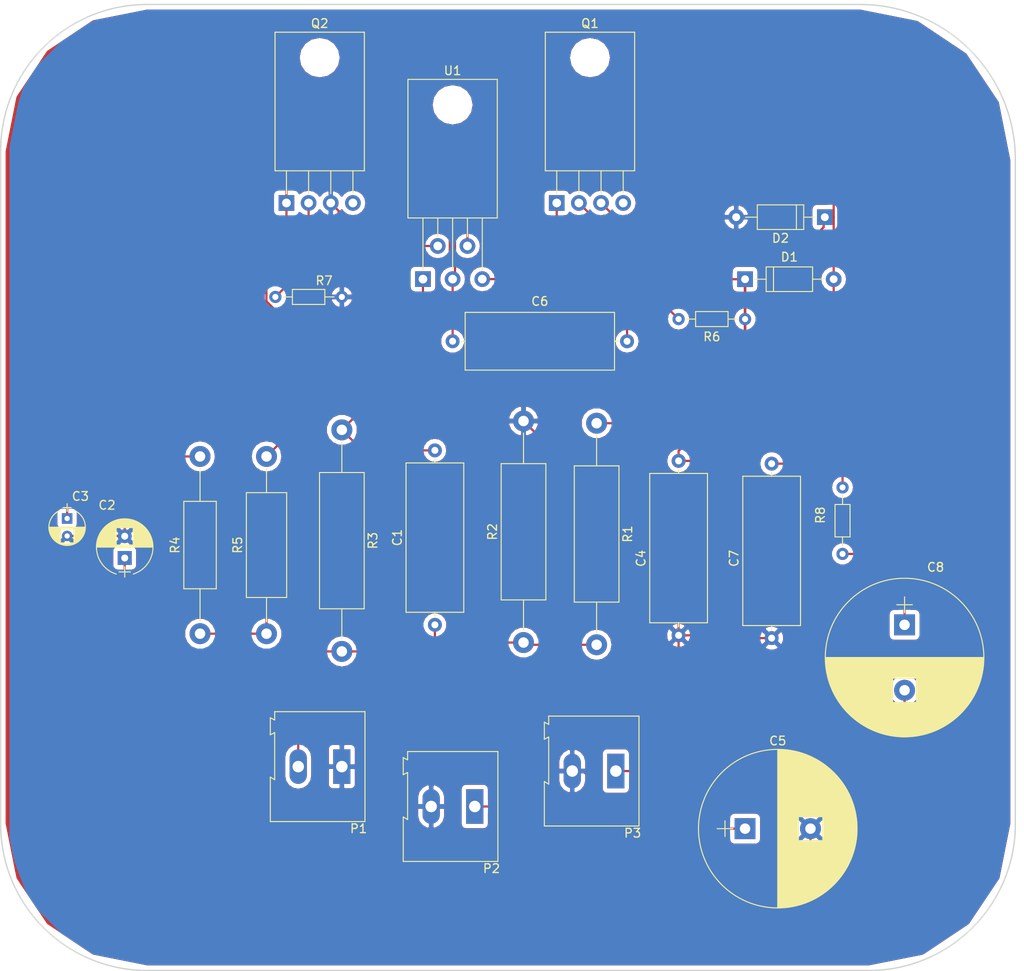
<source format=kicad_pcb>
(kicad_pcb (version 4) (host pcbnew 4.0.5)
  (title_block (title "18W Audio Amplifier") (date 2017-05-19) (rev 1.0) (company "Ventspils Augstkola") (comment 1 "Kristaps Kalniņš") (comment 2 "Kursa darbs datorizētajā projektēšanā"))
  (layers (0 F.Cu signal) (31 B.Cu signal) (34 B.Paste user) (35 F.Paste user) (36 B.SilkS user) (37 F.SilkS user) (38 B.Mask user) (39 F.Mask user) (44 Edge.Cuts user))
  (net 0 "")
  (net 1 "Net-(C1-Pad1)")
  (net 2 "Net-(C1-Pad2)")
  (net 3 "Net-(C2-Pad1)")
  (net 4 GND)
  (net 5 "Net-(C3-Pad1)")
  (net 6 VSS)
  (net 7 "Net-(C6-Pad1)")
  (net 8 "Net-(C6-Pad2)")
  (net 9 "Net-(C7-Pad2)")
  (net 10 "Net-(C8-Pad1)")
  (net 11 "Net-(C8-Pad2)")
  (net 12 "Net-(R4-Pad1)")
  (module Capacitors_THT:CP_Radial_D18.0mm_P7.50mm (layer F.Cu) (at 145.288 121.412)
    (fp_text reference C5 (at 3.75 -10.06) (layer F.SilkS))
    (fp_text value 2200uF)
    (pad 1 thru_hole rect (at 0 0) (size 2.4 2.4) (drill 1.2) (layers *.Cu *.Mask) (net 6 VSS))
    (pad 2 thru_hole circle (at 7.5 0) (size 2.4 2.4) (drill 1.2) (layers *.Cu *.Mask) (net 4 GND))
  )
  (module TO_SOT_Packages_THT:TO-220-5_Pentawatt_Multiwatt-5_Horizontal_StaggeredType1 (layer F.Cu) (at 108.36 58.41)
    (fp_text reference U1 (at 3.4 -23.9) (layer F.SilkS))
    (fp_text value TDA2030A)
    (pad 0 np_thru_hole oval (at 3.4 -19.98) (size 3.5 3.5) (drill 3.5) (layers *.Cu *.Mask))
    (pad 1 thru_hole rect (at 0 0) (size 1.8 1.8) (drill 1) (layers *.Cu *.Mask) (net 2 "Net-(C1-Pad2)"))
    (pad 2 thru_hole oval (at 1.7 -3.8) (size 1.8 1.8) (drill 1) (layers *.Cu *.Mask) (net 12 "Net-(R4-Pad1)"))
    (pad 3 thru_hole oval (at 3.4 0) (size 1.8 1.8) (drill 1) (layers *.Cu *.Mask) (net 7 "Net-(C6-Pad1)"))
    (pad 4 thru_hole oval (at 5.1 -3.8) (size 1.8 1.8) (drill 1) (layers *.Cu *.Mask) (net 10 "Net-(C8-Pad1)"))
    (pad 5 thru_hole oval (at 6.8 0) (size 1.8 1.8) (drill 1) (layers *.Cu *.Mask) (net 8 "Net-(C6-Pad2)"))
  )
  (module TO_SOT_Packages_THT:TO-220-4_Horizontal (layer F.Cu) (at 123.698 49.68)
    (fp_text reference Q1 (at 3.81 -20.58) (layer F.SilkS))
    (fp_text value BD908)
    (pad 0 np_thru_hole oval (at 3.81 -16.66) (size 3.5 3.5) (drill 3.5) (layers *.Cu *.Mask))
    (pad 1 thru_hole rect (at 0 0) (size 1.8 1.8) (drill 1) (layers *.Cu *.Mask) (net 8 "Net-(C6-Pad2)"))
    (pad 2 thru_hole oval (at 2.54 0) (size 1.8 1.8) (drill 1) (layers *.Cu *.Mask) (net 6 VSS))
    (pad 3 thru_hole oval (at 5.08 0) (size 1.8 1.8) (drill 1) (layers *.Cu *.Mask) (net 10 "Net-(C8-Pad1)"))
    (pad 4 thru_hole oval (at 7.62 0) (size 1.8 1.8) (drill 1) (layers *.Cu *.Mask))
  )
  (module Capacitors_THT:C_Axial_L17.0mm_D6.5mm_P20.00mm_Horizontal (layer F.Cu) (at 109.728 98.044 90)
    (fp_text reference C1 (at 10 -4.31 90) (layer F.SilkS))
    (fp_text value 0.22uF)
    (pad 1 thru_hole circle (at 0 0 90) (size 1.6 1.6) (drill 0.8) (layers *.Cu *.Mask) (net 1 "Net-(C1-Pad1)"))
    (pad 2 thru_hole oval (at 20 0 90) (size 1.6 1.6) (drill 0.8) (layers *.Cu *.Mask) (net 2 "Net-(C1-Pad2)"))
  )
  (module Capacitors_THT:CP_Radial_D6.3mm_P2.50mm (layer F.Cu) (at 74.168 90.384 90)
    (fp_text reference C2 (at 6.056 -2.032 180) (layer F.SilkS))
    (fp_text value 47uF)
    (pad 1 thru_hole rect (at 0 0 90) (size 1.6 1.6) (drill 0.8) (layers *.Cu *.Mask) (net 3 "Net-(C2-Pad1)"))
    (pad 2 thru_hole circle (at 2.5 0 90) (size 1.6 1.6) (drill 0.8) (layers *.Cu *.Mask) (net 4 GND))
  )
  (module Capacitors_THT:C_Axial_L17.0mm_D6.5mm_P20.00mm_Horizontal (layer F.Cu) (at 137.668 99.248 90)
    (fp_text reference C4 (at 8.824 -4.31 90) (layer F.SilkS))
    (fp_text value 0.22uF)
    (pad 1 thru_hole circle (at 0 0 90) (size 1.6 1.6) (drill 0.8) (layers *.Cu *.Mask) (net 4 GND))
    (pad 2 thru_hole oval (at 20 0 90) (size 1.6 1.6) (drill 0.8) (layers *.Cu *.Mask) (net 6 VSS))
  )
  (module Capacitors_THT:C_Axial_L17.0mm_D6.5mm_P20.00mm_Horizontal (layer F.Cu) (at 111.76 65.532)
    (fp_text reference C6 (at 10 -4.572) (layer F.SilkS))
    (fp_text value 0.22uF)
    (pad 1 thru_hole circle (at 0 0) (size 1.6 1.6) (drill 0.8) (layers *.Cu *.Mask) (net 7 "Net-(C6-Pad1)"))
    (pad 2 thru_hole oval (at 20 0) (size 1.6 1.6) (drill 0.8) (layers *.Cu *.Mask) (net 8 "Net-(C6-Pad2)"))
  )
  (module Capacitors_THT:C_Axial_L17.0mm_D6.5mm_P20.00mm_Horizontal (layer F.Cu) (at 148.336 99.568 90)
    (fp_text reference C7 (at 9.144 -4.31 90) (layer F.SilkS))
    (fp_text value 0.22uF)
    (pad 1 thru_hole circle (at 0 0 90) (size 1.6 1.6) (drill 0.8) (layers *.Cu *.Mask) (net 4 GND))
    (pad 2 thru_hole oval (at 20 0 90) (size 1.6 1.6) (drill 0.8) (layers *.Cu *.Mask) (net 9 "Net-(C7-Pad2)"))
  )
  (module Capacitors_THT:CP_Radial_D18.0mm_P7.50mm (layer F.Cu) (at 163.576 98.044 270)
    (fp_text reference C8 (at -6.604 -3.556 360) (layer F.SilkS))
    (fp_text value 2200uF)
    (pad 1 thru_hole rect (at 0 0 270) (size 2.4 2.4) (drill 1.2) (layers *.Cu *.Mask) (net 10 "Net-(C8-Pad1)"))
    (pad 2 thru_hole circle (at 7.5 0 270) (size 2.4 2.4) (drill 1.2) (layers *.Cu *.Mask) (net 11 "Net-(C8-Pad2)"))
  )
  (module Diodes_THT:D_A-405_P10.16mm_Horizontal (layer F.Cu) (at 145.288 58.42)
    (fp_text reference D1 (at 5.08 -2.54) (layer F.SilkS))
    (fp_text value 1N4001)
    (pad 1 thru_hole rect (at 0 0) (size 1.8 1.8) (drill 0.9) (layers *.Cu *.Mask) (net 6 VSS))
    (pad 2 thru_hole oval (at 10.16 0) (size 1.8 1.8) (drill 0.9) (layers *.Cu *.Mask) (net 10 "Net-(C8-Pad1)"))
  )
  (module Diodes_THT:D_A-405_P10.16mm_Horizontal (layer F.Cu) (at 154.432 51.308 180)
    (fp_text reference D2 (at 5.08 -2.41 180) (layer F.SilkS))
    (fp_text value 1N4001)
    (pad 1 thru_hole rect (at 0 0 180) (size 1.8 1.8) (drill 0.9) (layers *.Cu *.Mask) (net 10 "Net-(C8-Pad1)"))
    (pad 2 thru_hole oval (at 10.16 0 180) (size 1.8 1.8) (drill 0.9) (layers *.Cu *.Mask) (net 4 GND))
  )
  (module Connectors:AK300-2 (layer F.Cu) (at 99.06 114.3 180)
    (fp_text reference P1 (at -1.92 -7.112 180) (layer F.SilkS))
    (fp_text value INPUT)
    (pad 1 thru_hole rect (at 0 0 180) (size 1.98 3.96) (drill 1.32) (layers *.Cu F.Paste F.Mask) (net 4 GND))
    (pad 2 thru_hole oval (at 5 0 180) (size 1.98 3.96) (drill 1.32) (layers *.Cu F.Paste F.Mask) (net 1 "Net-(C1-Pad1)"))
  )
  (module Connectors:AK300-2 (layer F.Cu) (at 114.3 118.872 180)
    (fp_text reference P2 (at -1.92 -7.112 180) (layer F.SilkS))
    (fp_text value OUTPUT)
    (pad 1 thru_hole rect (at 0 0 180) (size 1.98 3.96) (drill 1.32) (layers *.Cu F.Paste F.Mask) (net 11 "Net-(C8-Pad2)"))
    (pad 2 thru_hole oval (at 5 0 180) (size 1.98 3.96) (drill 1.32) (layers *.Cu F.Paste F.Mask) (net 4 GND))
  )
  (module Connectors:AK300-2 (layer F.Cu) (at 130.476 114.808 180)
    (fp_text reference P3 (at -1.92 -7.112 180) (layer F.SilkS))
    (fp_text value CONN_01X02)
    (pad 1 thru_hole rect (at 0 0 180) (size 1.98 3.96) (drill 1.32) (layers *.Cu F.Paste F.Mask) (net 6 VSS))
    (pad 2 thru_hole oval (at 5 0 180) (size 1.98 3.96) (drill 1.32) (layers *.Cu F.Paste F.Mask) (net 4 GND))
  )
  (module TO_SOT_Packages_THT:TO-220-4_Horizontal (layer F.Cu) (at 92.71 49.68)
    (fp_text reference Q2 (at 3.81 -20.58) (layer F.SilkS))
    (fp_text value BD907)
    (pad 0 np_thru_hole oval (at 3.81 -16.66) (size 3.5 3.5) (drill 3.5) (layers *.Cu *.Mask))
    (pad 1 thru_hole rect (at 0 0) (size 1.8 1.8) (drill 1) (layers *.Cu *.Mask) (net 7 "Net-(C6-Pad1)"))
    (pad 2 thru_hole oval (at 2.54 0) (size 1.8 1.8) (drill 1) (layers *.Cu *.Mask) (net 10 "Net-(C8-Pad1)"))
    (pad 3 thru_hole oval (at 5.08 0) (size 1.8 1.8) (drill 1) (layers *.Cu *.Mask) (net 4 GND))
    (pad 4 thru_hole oval (at 7.62 0) (size 1.8 1.8) (drill 1) (layers *.Cu *.Mask))
  )
  (module Resistors_THT:R_Axial_DIN0516_L15.5mm_D5.0mm_P25.40mm_Horizontal (layer F.Cu) (at 128.27 74.93 270)
    (fp_text reference R1 (at 12.7 -3.56 270) (layer F.SilkS))
    (fp_text value 56K)
    (pad 1 thru_hole circle (at 0 0 270) (size 2.4 2.4) (drill 1.2) (layers *.Cu *.Mask) (net 6 VSS))
    (pad 2 thru_hole oval (at 25.4 0 270) (size 2.4 2.4) (drill 1.2) (layers *.Cu *.Mask) (net 3 "Net-(C2-Pad1)"))
  )
  (module Resistors_THT:R_Axial_DIN0411_L9.9mm_D3.6mm_P20.32mm_Horizontal (layer F.Cu) (at 82.804 99.06 90)
    (fp_text reference R4 (at 10.16 -2.86 90) (layer F.SilkS))
    (fp_text value 3.3K)
    (pad 1 thru_hole circle (at 0 0 90) (size 2.4 2.4) (drill 1.2) (layers *.Cu *.Mask) (net 12 "Net-(R4-Pad1)"))
    (pad 2 thru_hole oval (at 20.32 0 90) (size 2.4 2.4) (drill 1.2) (layers *.Cu *.Mask) (net 5 "Net-(C3-Pad1)"))
  )
  (module Resistors_THT:R_Axial_DIN0414_L11.9mm_D4.5mm_P20.32mm_Horizontal (layer F.Cu) (at 90.424 99.06 90)
    (fp_text reference R5 (at 10.16 -3.31 90) (layer F.SilkS))
    (fp_text value 30K)
    (pad 1 thru_hole circle (at 0 0 90) (size 2.4 2.4) (drill 1.2) (layers *.Cu *.Mask) (net 12 "Net-(R4-Pad1)"))
    (pad 2 thru_hole oval (at 20.32 0 90) (size 2.4 2.4) (drill 1.2) (layers *.Cu *.Mask) (net 10 "Net-(C8-Pad1)"))
  )
  (module Resistors_THT:R_Axial_DIN0204_L3.6mm_D1.6mm_P7.62mm_Horizontal (layer F.Cu) (at 145.288 62.992 180)
    (fp_text reference R6 (at 3.81 -2.032 180) (layer F.SilkS))
    (fp_text value 1.5)
    (pad 1 thru_hole circle (at 0 0 180) (size 1.4 1.4) (drill 0.7) (layers *.Cu *.Mask) (net 6 VSS))
    (pad 2 thru_hole oval (at 7.62 0 180) (size 1.4 1.4) (drill 0.7) (layers *.Cu *.Mask) (net 8 "Net-(C6-Pad2)"))
  )
  (module Resistors_THT:R_Axial_DIN0204_L3.6mm_D1.6mm_P7.62mm_Horizontal (layer F.Cu) (at 91.44 60.452)
    (fp_text reference R7 (at 5.588 -1.86) (layer F.SilkS))
    (fp_text value 1.5)
    (pad 1 thru_hole circle (at 0 0) (size 1.4 1.4) (drill 0.7) (layers *.Cu *.Mask) (net 7 "Net-(C6-Pad1)"))
    (pad 2 thru_hole oval (at 7.62 0) (size 1.4 1.4) (drill 0.7) (layers *.Cu *.Mask) (net 4 GND))
  )
  (module Resistors_THT:R_Axial_DIN0204_L3.6mm_D1.6mm_P7.62mm_Horizontal (layer F.Cu) (at 156.464 89.916 90)
    (fp_text reference R8 (at 4.445 -2.54 90) (layer F.SilkS))
    (fp_text value 1)
    (pad 1 thru_hole circle (at 0 0 90) (size 1.4 1.4) (drill 0.7) (layers *.Cu *.Mask) (net 10 "Net-(C8-Pad1)"))
    (pad 2 thru_hole oval (at 7.62 0 90) (size 1.4 1.4) (drill 0.7) (layers *.Cu *.Mask) (net 9 "Net-(C7-Pad2)"))
  )
  (module Resistors_THT:R_Axial_DIN0516_L15.5mm_D5.0mm_P25.40mm_Horizontal (layer F.Cu) (at 119.888 100.076 90)
    (fp_text reference R2 (at 12.7 -3.56 90) (layer F.SilkS))
    (fp_text value 56K)
    (pad 1 thru_hole circle (at 0 0 90) (size 2.4 2.4) (drill 1.2) (layers *.Cu *.Mask) (net 3 "Net-(C2-Pad1)"))
    (pad 2 thru_hole oval (at 25.4 0 90) (size 2.4 2.4) (drill 1.2) (layers *.Cu *.Mask) (net 4 GND))
  )
  (module Resistors_THT:R_Axial_DIN0516_L15.5mm_D5.0mm_P25.40mm_Horizontal (layer F.Cu) (at 99.06 75.692 270)
    (fp_text reference R3 (at 12.7 -3.56 270) (layer F.SilkS))
    (fp_text value 56K)
    (pad 1 thru_hole circle (at 0 0 270) (size 2.4 2.4) (drill 1.2) (layers *.Cu *.Mask) (net 2 "Net-(C1-Pad2)"))
    (pad 2 thru_hole oval (at 25.4 0 270) (size 2.4 2.4) (drill 1.2) (layers *.Cu *.Mask) (net 3 "Net-(C2-Pad1)"))
  )
  (module Capacitors_THT:CP_Radial_D4.0mm_P2.00mm (layer F.Cu) (at 67.564 85.852 270)
    (fp_text reference C3 (at -2.54 -1.524 360) (layer F.SilkS))
    (fp_text value 10uF)
    (pad 1 thru_hole rect (at 0 0 270) (size 1.2 1.2) (drill 0.6) (layers *.Cu *.Mask) (net 5 "Net-(C3-Pad1)"))
    (pad 2 thru_hole circle (at 2 0 270) (size 1.2 1.2) (drill 0.6) (layers *.Cu *.Mask) (net 4 GND))
  )
  (gr_arc (start 76.708 43.688) (end 59.944 43.688) (angle 90) (layer Edge.Cuts) (width 0.15))
  (gr_arc (start 76.708 120.904) (end 76.708 137.668) (angle 90) (layer Edge.Cuts) (width 0.15))
  (gr_arc (start 159.512 120.904) (end 176.276 120.904) (angle 90) (layer Edge.Cuts) (width 0.15))
  (gr_arc (start 158.496 44.704) (end 158.496 26.924) (angle 90) (layer Edge.Cuts) (width 0.15))
  (gr_line (start 159.512 137.668) (end 76.708 137.668) (layer Edge.Cuts) (width 0.15))
  (gr_line (start 59.944 121.412) (end 59.944 121.412) (layer Edge.Cuts) (width 0.15))
  (gr_line (start 59.944 43.688) (end 59.944 120.904) (layer Edge.Cuts) (width 0.15))
  (gr_line (start 158.496 26.924) (end 76.708 26.924) (layer Edge.Cuts) (width 0.15))
  (gr_line (start 176.276 120.904) (end 176.276 44.704) (layer Edge.Cuts) (width 0.15))
  (segment (start 108.204 104.14) (end 109.728 102.616) (width 0.25) (layer F.Cu) (net 1))
  (segment (start 109.728 102.616) (end 109.728 98.044) (width 0.25) (layer F.Cu) (net 1))
  (segment (start 94.488 104.14) (end 108.204 104.14) (width 0.25) (layer F.Cu) (net 1))
  (segment (start 94.06 104.568) (end 94.488 104.14) (width 0.25) (layer F.Cu) (net 1))
  (segment (start 94.06 114.3) (end 94.06 104.568) (width 0.25) (layer F.Cu) (net 1))
  (segment (start 105.339999 74.492001) (end 108.36 71.472) (width 0.25) (layer F.Cu) (net 2))
  (segment (start 108.36 71.472) (end 108.36 58.41) (width 0.25) (layer F.Cu) (net 2))
  (segment (start 99.06 75.692) (end 100.259999 74.492001) (width 0.25) (layer F.Cu) (net 2))
  (segment (start 100.259999 74.492001) (end 105.339999 74.492001) (width 0.25) (layer F.Cu) (net 2))
  (segment (start 109.728 78.044) (end 101.412 78.044) (width 0.25) (layer F.Cu) (net 2))
  (segment (start 101.412 78.044) (end 99.06 75.692) (width 0.25) (layer F.Cu) (net 2))
  (segment (start 115.316 93.98) (end 115.316 99.06) (width 0.25) (layer F.Cu) (net 3))
  (segment (start 119.888 100.076) (end 116.332 100.076) (width 0.25) (layer F.Cu) (net 3))
  (segment (start 116.332 100.076) (end 115.316 99.06) (width 0.25) (layer F.Cu) (net 3))
  (segment (start 103.124 101.092) (end 104.14 100.076) (width 0.25) (layer F.Cu) (net 3))
  (segment (start 104.14 100.076) (end 104.14 93.472) (width 0.25) (layer F.Cu) (net 3))
  (segment (start 99.06 101.092) (end 103.124 101.092) (width 0.25) (layer F.Cu) (net 3))
  (segment (start 111.76 90.424) (end 115.316 93.98) (width 0.25) (layer F.Cu) (net 3))
  (segment (start 107.188 90.424) (end 111.76 90.424) (width 0.25) (layer F.Cu) (net 3))
  (segment (start 104.14 93.472) (end 107.188 90.424) (width 0.25) (layer F.Cu) (net 3))
  (segment (start 75.184 101.092) (end 99.06 101.092) (width 0.25) (layer F.Cu) (net 3))
  (segment (start 74.168 100.076) (end 75.184 101.092) (width 0.25) (layer F.Cu) (net 3))
  (segment (start 74.168 90.384) (end 74.168 100.076) (width 0.25) (layer F.Cu) (net 3))
  (segment (start 128.27 100.33) (end 120.142 100.33) (width 0.25) (layer F.Cu) (net 3))
  (segment (start 120.142 100.33) (end 119.888 100.076) (width 0.25) (layer F.Cu) (net 3))
  (segment (start 138.684 51.308) (end 144.272 51.308) (width 0.3) (layer F.Cu) (net 4))
  (segment (start 143.764 99.568) (end 143.444 99.248) (width 0.25) (layer F.Cu) (net 4))
  (segment (start 143.444 99.248) (end 137.668 99.248) (width 0.25) (layer F.Cu) (net 4))
  (segment (start 152.788 131.692) (end 150.876 133.604) (width 0.25) (layer F.Cu) (net 4))
  (segment (start 150.876 133.604) (end 145.288 133.604) (width 0.25) (layer F.Cu) (net 4))
  (segment (start 152.788 121.412) (end 152.788 131.692) (width 0.25) (layer F.Cu) (net 4))
  (segment (start 125.476 114.808) (end 126.716 114.808) (width 0.25) (layer F.Cu) (net 4))
  (segment (start 126.716 114.808) (end 128.016 116.108) (width 0.25) (layer F.Cu) (net 4))
  (segment (start 128.016 121.92) (end 130.048 123.952) (width 0.25) (layer F.Cu) (net 4))
  (segment (start 128.016 116.108) (end 128.016 121.92) (width 0.25) (layer F.Cu) (net 4))
  (segment (start 130.048 123.952) (end 132.872 123.952) (width 0.25) (layer F.Cu) (net 4))
  (segment (start 125.476 114.808) (end 125.476 115.798) (width 0.25) (layer F.Cu) (net 4))
  (segment (start 125.476 114.808) (end 125.476 108.204) (width 0.25) (layer F.Cu) (net 4))
  (segment (start 125.476 108.204) (end 131.572 102.108) (width 0.25) (layer F.Cu) (net 4))
  (segment (start 131.572 102.108) (end 137.668 102.108) (width 0.25) (layer F.Cu) (net 4))
  (segment (start 111.134 114.808) (end 125.476 114.808) (width 0.25) (layer F.Cu) (net 4))
  (segment (start 109.3 118.872) (end 109.3 116.642) (width 0.25) (layer F.Cu) (net 4))
  (segment (start 109.3 116.642) (end 111.134 114.808) (width 0.25) (layer F.Cu) (net 4))
  (segment (start 109.3 118.872) (end 104.14 118.872) (width 0.25) (layer F.Cu) (net 4))
  (segment (start 103.124 114.3) (end 99.06 114.3) (width 0.25) (layer F.Cu) (net 4))
  (segment (start 104.14 118.872) (end 103.632 118.364) (width 0.25) (layer F.Cu) (net 4))
  (segment (start 103.632 118.364) (end 103.632 114.808) (width 0.25) (layer F.Cu) (net 4))
  (segment (start 103.632 114.808) (end 103.124 114.3) (width 0.25) (layer F.Cu) (net 4))
  (segment (start 137.668 102.108) (end 137.668 99.248) (width 0.25) (layer F.Cu) (net 4))
  (segment (start 143.764 99.568) (end 148.336 99.568) (width 0.25) (layer F.Cu) (net 4))
  (segment (start 119.888 74.676) (end 123.444 78.232) (width 0.25) (layer F.Cu) (net 4))
  (segment (start 123.444 80.772) (end 129.032 86.36) (width 0.25) (layer F.Cu) (net 4))
  (segment (start 123.444 78.232) (end 123.444 80.772) (width 0.25) (layer F.Cu) (net 4))
  (segment (start 129.032 86.36) (end 133.096 86.36) (width 0.25) (layer F.Cu) (net 4))
  (segment (start 133.096 86.36) (end 137.668 90.932) (width 0.25) (layer F.Cu) (net 4))
  (segment (start 137.668 90.932) (end 137.668 99.248) (width 0.25) (layer F.Cu) (net 4))
  (segment (start 67.564 87.852) (end 74.136 87.852) (width 0.25) (layer F.Cu) (net 4))
  (segment (start 74.136 87.852) (end 74.168 87.884) (width 0.25) (layer F.Cu) (net 4))
  (segment (start 74.168 87.884) (end 74.168 83.82) (width 0.25) (layer F.Cu) (net 4))
  (segment (start 93.472 79.248) (end 93.472 74.168) (width 0.25) (layer F.Cu) (net 4))
  (segment (start 74.168 83.82) (end 76.2 81.788) (width 0.25) (layer F.Cu) (net 4))
  (segment (start 76.2 81.788) (end 90.932 81.788) (width 0.25) (layer F.Cu) (net 4))
  (segment (start 90.932 81.788) (end 93.472 79.248) (width 0.25) (layer F.Cu) (net 4))
  (segment (start 93.472 74.168) (end 98.044 69.596) (width 0.25) (layer F.Cu) (net 4))
  (segment (start 98.044 69.596) (end 99.06 69.596) (width 0.25) (layer F.Cu) (net 4))
  (segment (start 99.06 69.596) (end 99.06 65.532) (width 0.25) (layer F.Cu) (net 4))
  (segment (start 99.06 65.532) (end 99.06 60.452) (width 0.25) (layer F.Cu) (net 4))
  (segment (start 111.252 56.388) (end 111.435 56.205) (width 0.25) (layer F.Cu) (net 4))
  (segment (start 111.435 56.205) (end 111.435001 51.999001) (width 0.25) (layer F.Cu) (net 4))
  (segment (start 111.435001 51.999001) (end 110.236 50.8) (width 0.25) (layer F.Cu) (net 4))
  (segment (start 110.236 50.8) (end 107.696 50.8) (width 0.25) (layer F.Cu) (net 4))
  (segment (start 107.696 50.8) (end 107.590999 50.905001) (width 0.25) (layer F.Cu) (net 4))
  (segment (start 110.209999 57.430001) (end 111.252 56.388) (width 0.25) (layer F.Cu) (net 4))
  (segment (start 111.252 56.388) (end 111.30999 56.388) (width 0.25) (layer F.Cu) (net 4))
  (segment (start 110.209999 57.821999) (end 110.209999 57.430001) (width 0.25) (layer F.Cu) (net 4))
  (segment (start 109.728 69.088) (end 113.284 69.088) (width 0.3) (layer F.Cu) (net 4))
  (segment (start 113.310001 69.061999) (end 113.284 69.088) (width 0.3) (layer F.Cu) (net 4))
  (segment (start 114.808 55.88) (end 113.310001 57.377999) (width 0.3) (layer F.Cu) (net 4))
  (segment (start 113.310001 57.377999) (end 113.310001 69.061999) (width 0.3) (layer F.Cu) (net 4))
  (segment (start 116.84 55.88) (end 114.808 55.88) (width 0.3) (layer F.Cu) (net 4))
  (segment (start 116.84 53.848) (end 116.84 55.88) (width 0.3) (layer F.Cu) (net 4))
  (segment (start 137.668 50.292) (end 137.668 45.72) (width 0.3) (layer F.Cu) (net 4))
  (segment (start 137.668 45.72) (end 136.652 44.704) (width 0.3) (layer F.Cu) (net 4))
  (segment (start 136.652 44.704) (end 121.412 44.704) (width 0.3) (layer F.Cu) (net 4))
  (segment (start 121.412 44.704) (end 119.38 46.736) (width 0.3) (layer F.Cu) (net 4))
  (segment (start 119.38 46.736) (end 119.38 51.308) (width 0.3) (layer F.Cu) (net 4))
  (segment (start 116.84 53.848) (end 116.84 53.967) (width 0.3) (layer F.Cu) (net 4))
  (segment (start 119.38 51.308) (end 116.84 53.848) (width 0.3) (layer F.Cu) (net 4))
  (segment (start 119.888 74.676) (end 115.316 74.676) (width 0.3) (layer F.Cu) (net 4))
  (segment (start 115.316 74.676) (end 109.728 69.088) (width 0.3) (layer F.Cu) (net 4))
  (segment (start 109.728 69.088) (end 109.728 60.96) (width 0.3) (layer F.Cu) (net 4))
  (segment (start 109.728 60.96) (end 110.209999 60.478001) (width 0.3) (layer F.Cu) (net 4))
  (segment (start 110.209999 60.478001) (end 110.209999 59.154001) (width 0.3) (layer F.Cu) (net 4))
  (segment (start 110.209999 59.154001) (end 110.209999 57.821999) (width 0.3) (layer F.Cu) (net 4))
  (segment (start 145.288 133.604) (end 145.004 133.604) (width 0.25) (layer F.Cu) (net 4))
  (segment (start 137.16 132.588) (end 138.176 133.604) (width 0.3) (layer F.Cu) (net 4))
  (segment (start 138.176 133.604) (end 145.288 133.604) (width 0.3) (layer F.Cu) (net 4))
  (segment (start 137.16 125.71) (end 137.16 132.588) (width 0.3) (layer F.Cu) (net 4))
  (segment (start 134.112 123.952) (end 135.402 123.952) (width 0.3) (layer F.Cu) (net 4))
  (segment (start 135.402 123.952) (end 137.16 125.71) (width 0.3) (layer F.Cu) (net 4))
  (segment (start 105.431998 53.064002) (end 107.590999 50.905001) (width 0.3) (layer F.Cu) (net 4))
  (segment (start 99.06 53.064002) (end 105.431998 53.064002) (width 0.3) (layer F.Cu) (net 4))
  (segment (start 138.684 51.308) (end 137.668 50.292) (width 0.25) (layer F.Cu) (net 4))
  (segment (start 99.06 53.34) (end 99.06 60.452) (width 0.25) (layer F.Cu) (net 4))
  (segment (start 99.06 53.064002) (end 99.06 53.34) (width 0.25) (layer F.Cu) (net 4))
  (segment (start 98.689999 52.694001) (end 99.06 53.064002) (width 0.25) (layer F.Cu) (net 4))
  (segment (start 97.79 49.68) (end 98.689999 50.579999) (width 0.25) (layer F.Cu) (net 4))
  (segment (start 98.689999 50.579999) (end 98.689999 52.694001) (width 0.25) (layer F.Cu) (net 4))
  (segment (start 134.112 123.952) (end 132.872 123.952) (width 0.25) (layer F.Cu) (net 4))
  (segment (start 67.564 85.852) (end 67.564 80.772) (width 0.25) (layer F.Cu) (net 5))
  (segment (start 67.564 80.772) (end 69.596 78.74) (width 0.25) (layer F.Cu) (net 5))
  (segment (start 69.596 78.74) (end 82.804 78.74) (width 0.25) (layer F.Cu) (net 5))
  (segment (start 143.51 74.93) (end 145.288 73.152) (width 0.3) (layer F.Cu) (net 6))
  (segment (start 145.288 73.152) (end 145.288 65.913) (width 0.3) (layer F.Cu) (net 6))
  (segment (start 143.002 74.93) (end 143.51 74.93) (width 0.3) (layer F.Cu) (net 6))
  (segment (start 145.288 58.42) (end 145.288 62.992) (width 0.3) (layer F.Cu) (net 6))
  (segment (start 145.288 65.913) (end 145.288 62.992) (width 0.3) (layer F.Cu) (net 6))
  (segment (start 135.636 113.284) (end 135.128 113.792) (width 0.25) (layer F.Cu) (net 6))
  (segment (start 135.636 108.712) (end 135.636 113.284) (width 0.25) (layer F.Cu) (net 6))
  (segment (start 137.16 107.188) (end 135.636 108.712) (width 0.25) (layer F.Cu) (net 6))
  (segment (start 142.748 107.188) (end 137.16 107.188) (width 0.25) (layer F.Cu) (net 6))
  (segment (start 135.128 120.396) (end 135.636 120.904) (width 0.25) (layer F.Cu) (net 6))
  (segment (start 135.128 119.888) (end 135.128 120.396) (width 0.25) (layer F.Cu) (net 6))
  (segment (start 135.128 115.824) (end 135.128 119.888) (width 0.25) (layer F.Cu) (net 6))
  (segment (start 134.112 114.808) (end 135.128 115.824) (width 0.25) (layer F.Cu) (net 6))
  (segment (start 134.112 114.808) (end 135.128 113.792) (width 0.25) (layer F.Cu) (net 6))
  (segment (start 131.716 114.808) (end 134.112 114.808) (width 0.25) (layer F.Cu) (net 6))
  (segment (start 130.476 114.808) (end 131.716 114.808) (width 0.25) (layer F.Cu) (net 6))
  (segment (start 145.288 121.412) (end 136.144 121.412) (width 0.25) (layer F.Cu) (net 6))
  (segment (start 136.144 121.412) (end 135.636 120.904) (width 0.25) (layer F.Cu) (net 6))
  (segment (start 137.668 79.248) (end 142.748 79.248) (width 0.25) (layer F.Cu) (net 6))
  (segment (start 142.748 79.248) (end 143.764 80.264) (width 0.25) (layer F.Cu) (net 6))
  (segment (start 143.764 80.264) (end 143.764 85.344) (width 0.25) (layer F.Cu) (net 6))
  (segment (start 152.908 94.488) (end 152.908 101.092) (width 0.25) (layer F.Cu) (net 6))
  (segment (start 143.764 85.344) (end 152.908 94.488) (width 0.25) (layer F.Cu) (net 6))
  (segment (start 147.828 102.108) (end 142.748 107.188) (width 0.25) (layer F.Cu) (net 6))
  (segment (start 152.908 101.092) (end 151.892 102.108) (width 0.25) (layer F.Cu) (net 6))
  (segment (start 151.892 102.108) (end 147.828 102.108) (width 0.25) (layer F.Cu) (net 6))
  (segment (start 136.144 74.93) (end 138.684 74.93) (width 0.25) (layer F.Cu) (net 6))
  (segment (start 138.684 74.93) (end 143.002 74.93) (width 0.25) (layer F.Cu) (net 6))
  (segment (start 137.668 79.248) (end 137.668 78.11663) (width 0.25) (layer F.Cu) (net 6))
  (segment (start 137.668 78.11663) (end 138.684 77.10063) (width 0.25) (layer F.Cu) (net 6))
  (segment (start 138.684 77.10063) (end 138.684 74.93) (width 0.25) (layer F.Cu) (net 6))
  (segment (start 136.525 74.93) (end 136.144 74.93) (width 0.25) (layer F.Cu) (net 6))
  (segment (start 126.238 49.68) (end 134.978 58.42) (width 0.25) (layer F.Cu) (net 6))
  (segment (start 134.978 58.42) (end 145.288 58.42) (width 0.25) (layer F.Cu) (net 6))
  (segment (start 145.415 58.547) (end 145.288 58.42) (width 0.25) (layer F.Cu) (net 6))
  (segment (start 136.144 74.93) (end 128.27 74.93) (width 0.25) (layer F.Cu) (net 6))
  (segment (start 111.76 58.41) (end 112.03501 58.13499) (width 0.25) (layer F.Cu) (net 7))
  (segment (start 112.03501 58.13499) (end 112.03501 49.55101) (width 0.25) (layer F.Cu) (net 7))
  (segment (start 112.03501 49.55101) (end 109.22 46.736) (width 0.25) (layer F.Cu) (net 7))
  (segment (start 109.22 46.736) (end 92.964 46.736) (width 0.25) (layer F.Cu) (net 7))
  (segment (start 92.964 46.736) (end 92.71 46.99) (width 0.25) (layer F.Cu) (net 7))
  (segment (start 92.71 46.99) (end 92.71 49.68) (width 0.25) (layer F.Cu) (net 7))
  (segment (start 111.76 58.41) (end 112.234999 57.935001) (width 0.25) (layer F.Cu) (net 7))
  (segment (start 111.76 58.41) (end 112.102037 58.067963) (width 0.25) (layer F.Cu) (net 7))
  (segment (start 92.71 49.68) (end 92.71 59.182) (width 0.25) (layer F.Cu) (net 7))
  (segment (start 92.71 59.182) (end 91.44 60.452) (width 0.25) (layer F.Cu) (net 7))
  (segment (start 111.76 65.532) (end 111.76 58.41) (width 0.25) (layer F.Cu) (net 7))
  (segment (start 137.668 62.992) (end 135.316 60.64) (width 0.25) (layer F.Cu) (net 8))
  (segment (start 135.316 60.64) (end 131.76 60.64) (width 0.25) (layer F.Cu) (net 8))
  (segment (start 132.268 66.04) (end 131.76 65.532) (width 0.25) (layer F.Cu) (net 8))
  (segment (start 131.572 60.452) (end 131.76 60.64) (width 0.25) (layer F.Cu) (net 8))
  (segment (start 129.53 58.41) (end 131.572 60.452) (width 0.25) (layer F.Cu) (net 8))
  (segment (start 123.434 58.41) (end 129.53 58.41) (width 0.25) (layer F.Cu) (net 8))
  (segment (start 131.76 60.64) (end 131.76 65.532) (width 0.25) (layer F.Cu) (net 8))
  (segment (start 123.434 58.41) (end 123.698 58.146) (width 0.25) (layer F.Cu) (net 8))
  (segment (start 123.698 58.146) (end 123.698 49.68) (width 0.25) (layer F.Cu) (net 8))
  (segment (start 115.16 58.41) (end 123.434 58.41) (width 0.25) (layer F.Cu) (net 8))
  (segment (start 156.464 82.296) (end 156.464 80.264) (width 0.25) (layer F.Cu) (net 9))
  (segment (start 156.464 80.264) (end 155.768 79.568) (width 0.25) (layer F.Cu) (net 9))
  (segment (start 155.768 79.568) (end 148.336 79.568) (width 0.25) (layer F.Cu) (net 9))
  (segment (start 155.448 58.42) (end 155.448 71.628) (width 0.25) (layer F.Cu) (net 10))
  (segment (start 155.448 71.628) (end 155.956 72.136) (width 0.25) (layer F.Cu) (net 10))
  (segment (start 155.956 72.136) (end 157.988 72.136) (width 0.25) (layer F.Cu) (net 10))
  (segment (start 157.988 72.136) (end 160.02 74.168) (width 0.25) (layer F.Cu) (net 10))
  (segment (start 160.02 74.168) (end 160.02 89.916) (width 0.25) (layer F.Cu) (net 10))
  (segment (start 113.46 45.25959) (end 113.46 45.036) (width 0.25) (layer F.Cu) (net 10))
  (segment (start 113.46 45.036) (end 114.808 43.688) (width 0.25) (layer F.Cu) (net 10))
  (segment (start 154.432 43.688) (end 155.448 44.704) (width 0.25) (layer F.Cu) (net 10))
  (segment (start 114.808 43.688) (end 154.432 43.688) (width 0.25) (layer F.Cu) (net 10))
  (segment (start 155.448 44.704) (end 155.448 45.212) (width 0.25) (layer F.Cu) (net 10))
  (segment (start 155.448 45.212) (end 155.448 51.308) (width 0.25) (layer F.Cu) (net 10))
  (segment (start 160.02 89.916) (end 162.56 89.916) (width 0.25) (layer F.Cu) (net 10))
  (segment (start 162.56 89.916) (end 163.576 90.932) (width 0.25) (layer F.Cu) (net 10))
  (segment (start 163.576 90.932) (end 163.576 98.044) (width 0.25) (layer F.Cu) (net 10))
  (segment (start 160.02 89.916) (end 156.464 89.916) (width 0.25) (layer F.Cu) (net 10))
  (segment (start 155.448 51.308) (end 154.298 51.308) (width 0.25) (layer F.Cu) (net 10))
  (segment (start 154.298 51.308) (end 154.298 52.458) (width 0.25) (layer F.Cu) (net 10))
  (segment (start 154.298 52.458) (end 152.4 54.356) (width 0.25) (layer F.Cu) (net 10))
  (segment (start 152.4 54.356) (end 133.454 54.356) (width 0.25) (layer F.Cu) (net 10))
  (segment (start 133.454 54.356) (end 128.778 49.68) (width 0.25) (layer F.Cu) (net 10))
  (segment (start 113.46 45.25959) (end 113.41241 45.212) (width 0.25) (layer F.Cu) (net 10))
  (segment (start 113.41241 45.212) (end 111.9464 43.74599) (width 0.25) (layer F.Cu) (net 10))
  (segment (start 95.25 49.68) (end 95.25 65.278) (width 0.25) (layer F.Cu) (net 10))
  (segment (start 95.25 65.278) (end 94.996 65.532) (width 0.25) (layer F.Cu) (net 10))
  (segment (start 94.996 65.532) (end 95.504 66.04) (width 0.25) (layer F.Cu) (net 10))
  (segment (start 95.504 66.04) (end 95.504 70.612) (width 0.25) (layer F.Cu) (net 10))
  (segment (start 95.504 70.612) (end 91.623999 74.492001) (width 0.25) (layer F.Cu) (net 10))
  (segment (start 91.623999 74.492001) (end 91.623999 77.540001) (width 0.25) (layer F.Cu) (net 10))
  (segment (start 91.623999 77.540001) (end 90.424 78.74) (width 0.25) (layer F.Cu) (net 10))
  (segment (start 90.414999 60.950999) (end 94.996 65.532) (width 0.25) (layer F.Cu) (net 10))
  (segment (start 90.414999 46.108591) (end 90.414999 60.950999) (width 0.25) (layer F.Cu) (net 10))
  (segment (start 113.46 54.61) (end 113.46 45.25959) (width 0.25) (layer F.Cu) (net 10))
  (segment (start 111.9464 43.74599) (end 92.777599 43.745991) (width 0.25) (layer F.Cu) (net 10))
  (segment (start 92.777599 43.745991) (end 90.414999 46.108591) (width 0.25) (layer F.Cu) (net 10))
  (segment (start 155.448 51.308) (end 155.448 52.458) (width 0.25) (layer F.Cu) (net 10))
  (segment (start 155.448 52.458) (end 155.448 58.42) (width 0.25) (layer F.Cu) (net 10))
  (segment (start 114.3 118.872) (end 117.348 118.872) (width 0.25) (layer F.Cu) (net 11))
  (segment (start 163.576 130.048) (end 163.576 105.544) (width 0.25) (layer F.Cu) (net 11))
  (segment (start 117.348 118.872) (end 133.096 134.62) (width 0.25) (layer F.Cu) (net 11))
  (segment (start 133.096 134.62) (end 159.004 134.62) (width 0.25) (layer F.Cu) (net 11))
  (segment (start 159.004 134.62) (end 163.576 130.048) (width 0.25) (layer F.Cu) (net 11))
  (segment (start 82.804 99.06) (end 88.726944 99.06) (width 0.25) (layer F.Cu) (net 12))
  (segment (start 99.568 70.612) (end 102.108 70.612) (width 0.25) (layer F.Cu) (net 12))
  (segment (start 102.108 70.612) (end 102.616 70.104) (width 0.25) (layer F.Cu) (net 12))
  (segment (start 95.504 74.676) (end 99.568 70.612) (width 0.25) (layer F.Cu) (net 12))
  (segment (start 95.504 82.296) (end 95.504 74.676) (width 0.25) (layer F.Cu) (net 12))
  (segment (start 93.472 84.328) (end 95.504 82.296) (width 0.25) (layer F.Cu) (net 12))
  (segment (start 90.424 84.328) (end 93.472 84.328) (width 0.25) (layer F.Cu) (net 12))
  (segment (start 90.424 99.06) (end 90.424 84.328) (width 0.25) (layer F.Cu) (net 12))
  (segment (start 102.616 70.104) (end 102.616 56.896) (width 0.25) (layer F.Cu) (net 12))
  (segment (start 102.616 56.896) (end 104.902 54.61) (width 0.25) (layer F.Cu) (net 12))
  (segment (start 104.902 54.61) (end 110.06 54.61) (width 0.25) (layer F.Cu) (net 12))
  (segment (start 90.424 99.06) (end 88.726944 99.06) (width 0.25) (layer F.Cu) (net 12))
  (zone (net 4) (net_name GND) (layer F.Cu) (connect_pads (clearance 0.508)) (min_thickness 0.254) (fill yes (arc_segments 16) (thermal_gap 0.508) (thermal_bridge_width 0.508))
    (polygon (pts (xy 59.944 53.34) (xy 59.944 51.308) (xy 59.944 43.18) (xy 60.96 38.1) (xy 61.468 36.576) (xy 62.992 34.036) (xy 63.5 33.528) (xy 66.548 30.48) (xy 68.072 29.464) (xy 72.644 27.432) (xy 76.2 26.924) (xy 159.512 26.924) (xy 162.56 27.432) (xy 166.624 28.956) (xy 169.164 30.48) (xy 173.736 35.56) (xy 175.768 40.132) (xy 176.276 46.228) (xy 176.276 120.904) (xy 175.768 124.968) (xy 174.244 129.032) (xy 172.72 131.064) (xy 169.672 134.112) (xy 165.1 136.652) (xy 160.528 137.668) (xy 76.708 137.668) (xy 72.644 137.16) (xy 68.58 135.636) (xy 66.548 134.112) (xy 62.992 130.556) (xy 61.976 129.032) (xy 60.96 126.492) (xy 60.452 124.968) (xy 59.944 122.428)))
  )
  (zone (net 4) (net_name GND) (layer F.Cu) (connect_pads (clearance 0.508)) (min_thickness 0.254) (fill yes (arc_segments 16) (thermal_gap 0.508) (thermal_bridge_width 0.508))
    (polygon (pts (xy 60.452 52.825198) (xy 60.452 50.793198) (xy 60.452 42.665198) (xy 61.468 37.585198) (xy 61.976 36.061198) (xy 63.5 33.521198) (xy 64.008 33.013198) (xy 67.056 29.965198) (xy 68.58 28.949198) (xy 73.152 26.917198) (xy 76.708 26.409198) (xy 160.02 26.409198) (xy 163.068 26.917198) (xy 167.132 28.441198) (xy 169.672 29.965198) (xy 174.244 35.045198) (xy 176.276 39.617198) (xy 176.784 45.713198) (xy 176.784 120.389198) (xy 176.276 124.453198) (xy 174.752 128.517198) (xy 173.228 130.549198) (xy 170.18 133.597198) (xy 165.608 136.137198) (xy 161.036 137.153198) (xy 77.216 137.153198) (xy 73.152 136.645198) (xy 69.088 135.121198) (xy 67.056 133.597198) (xy 63.5 130.041198) (xy 62.484 128.517198) (xy 61.468 125.977198) (xy 60.96 124.453198) (xy 60.452 121.913198)))
  )
  (zone (net 4) (net_name GND) (layer B.Cu) (connect_pads (clearance 0.508)) (min_thickness 0.254) (fill yes (arc_segments 16) (thermal_gap 0.508) (thermal_bridge_width 0.508))
    (polygon (pts (xy 60.96 53.34) (xy 60.96 51.308) (xy 60.96 43.18) (xy 61.976 38.1) (xy 62.484 36.576) (xy 64.008 34.036) (xy 64.516 33.528) (xy 67.564 30.48) (xy 69.088 29.464) (xy 73.66 27.432) (xy 77.216 26.924) (xy 160.528 26.924) (xy 163.576 27.432) (xy 167.64 28.956) (xy 170.18 30.48) (xy 174.752 35.56) (xy 176.784 40.132) (xy 177.292 46.228) (xy 177.292 120.904) (xy 176.784 124.968) (xy 175.26 129.032) (xy 173.736 131.064) (xy 170.688 134.112) (xy 166.116 136.652) (xy 161.544 137.668) (xy 77.724 137.668) (xy 73.66 137.16) (xy 69.596 135.636) (xy 67.564 134.112) (xy 64.008 130.556) (xy 62.992 129.032) (xy 61.976 126.492) (xy 61.468 124.968) (xy 60.96 122.428)))
  )
)
</source>
